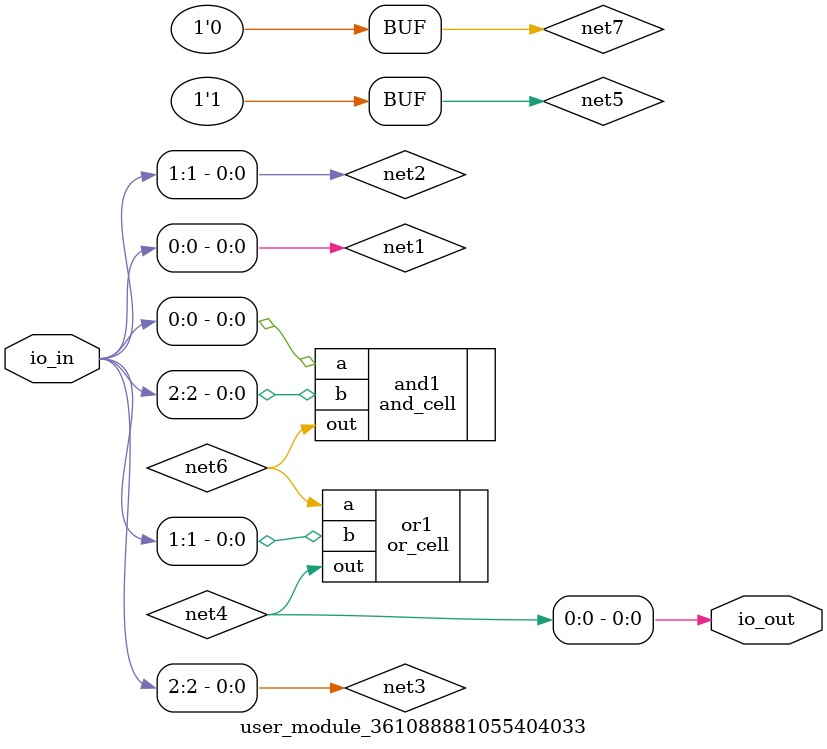
<source format=v>
/* Automatically generated from https://wokwi.com/projects/361088881055404033 */

`default_nettype none

module user_module_361088881055404033(
  input [7:0] io_in,
  output [7:0] io_out
);
  wire net1 = io_in[0];
  wire net2 = io_in[1];
  wire net3 = io_in[2];
  wire net4;
  wire net5 = 1'b1;
  wire net6;
  wire net7 = 1'b0;

  assign io_out[0] = net4;

  and_cell and1 (
    .a (net1),
    .b (net3),
    .out (net6)
  );
  or_cell or1 (
    .a (net6),
    .b (net2),
    .out (net4)
  );
endmodule

</source>
